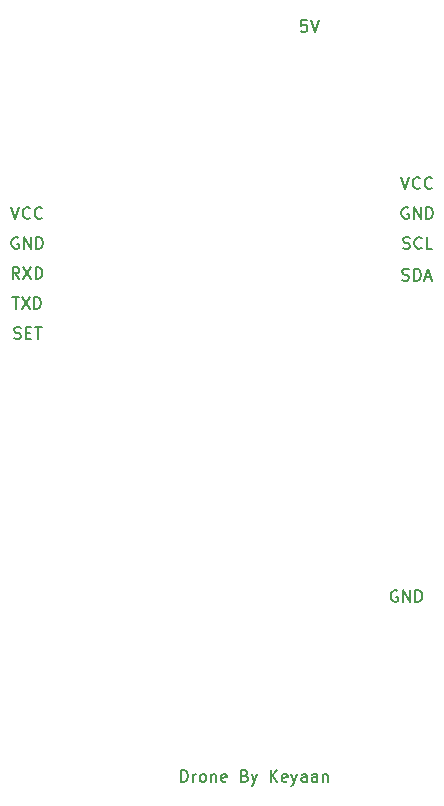
<source format=gbr>
%TF.GenerationSoftware,KiCad,Pcbnew,8.0.6*%
%TF.CreationDate,2024-10-26T13:12:16+05:00*%
%TF.ProjectId,drone_pcb,64726f6e-655f-4706-9362-2e6b69636164,rev?*%
%TF.SameCoordinates,Original*%
%TF.FileFunction,Profile,NP*%
%FSLAX46Y46*%
G04 Gerber Fmt 4.6, Leading zero omitted, Abs format (unit mm)*
G04 Created by KiCad (PCBNEW 8.0.6) date 2024-10-26 13:12:16*
%MOMM*%
%LPD*%
G01*
G04 APERTURE LIST*
%ADD10C,0.150000*%
G04 APERTURE END LIST*
D10*
X130746667Y-73114819D02*
X131080000Y-74114819D01*
X131080000Y-74114819D02*
X131413333Y-73114819D01*
X132318095Y-74019580D02*
X132270476Y-74067200D01*
X132270476Y-74067200D02*
X132127619Y-74114819D01*
X132127619Y-74114819D02*
X132032381Y-74114819D01*
X132032381Y-74114819D02*
X131889524Y-74067200D01*
X131889524Y-74067200D02*
X131794286Y-73971961D01*
X131794286Y-73971961D02*
X131746667Y-73876723D01*
X131746667Y-73876723D02*
X131699048Y-73686247D01*
X131699048Y-73686247D02*
X131699048Y-73543390D01*
X131699048Y-73543390D02*
X131746667Y-73352914D01*
X131746667Y-73352914D02*
X131794286Y-73257676D01*
X131794286Y-73257676D02*
X131889524Y-73162438D01*
X131889524Y-73162438D02*
X132032381Y-73114819D01*
X132032381Y-73114819D02*
X132127619Y-73114819D01*
X132127619Y-73114819D02*
X132270476Y-73162438D01*
X132270476Y-73162438D02*
X132318095Y-73210057D01*
X133318095Y-74019580D02*
X133270476Y-74067200D01*
X133270476Y-74067200D02*
X133127619Y-74114819D01*
X133127619Y-74114819D02*
X133032381Y-74114819D01*
X133032381Y-74114819D02*
X132889524Y-74067200D01*
X132889524Y-74067200D02*
X132794286Y-73971961D01*
X132794286Y-73971961D02*
X132746667Y-73876723D01*
X132746667Y-73876723D02*
X132699048Y-73686247D01*
X132699048Y-73686247D02*
X132699048Y-73543390D01*
X132699048Y-73543390D02*
X132746667Y-73352914D01*
X132746667Y-73352914D02*
X132794286Y-73257676D01*
X132794286Y-73257676D02*
X132889524Y-73162438D01*
X132889524Y-73162438D02*
X133032381Y-73114819D01*
X133032381Y-73114819D02*
X133127619Y-73114819D01*
X133127619Y-73114819D02*
X133270476Y-73162438D01*
X133270476Y-73162438D02*
X133318095Y-73210057D01*
X145116779Y-121789819D02*
X145116779Y-120789819D01*
X145116779Y-120789819D02*
X145354874Y-120789819D01*
X145354874Y-120789819D02*
X145497731Y-120837438D01*
X145497731Y-120837438D02*
X145592969Y-120932676D01*
X145592969Y-120932676D02*
X145640588Y-121027914D01*
X145640588Y-121027914D02*
X145688207Y-121218390D01*
X145688207Y-121218390D02*
X145688207Y-121361247D01*
X145688207Y-121361247D02*
X145640588Y-121551723D01*
X145640588Y-121551723D02*
X145592969Y-121646961D01*
X145592969Y-121646961D02*
X145497731Y-121742200D01*
X145497731Y-121742200D02*
X145354874Y-121789819D01*
X145354874Y-121789819D02*
X145116779Y-121789819D01*
X146116779Y-121789819D02*
X146116779Y-121123152D01*
X146116779Y-121313628D02*
X146164398Y-121218390D01*
X146164398Y-121218390D02*
X146212017Y-121170771D01*
X146212017Y-121170771D02*
X146307255Y-121123152D01*
X146307255Y-121123152D02*
X146402493Y-121123152D01*
X146878684Y-121789819D02*
X146783446Y-121742200D01*
X146783446Y-121742200D02*
X146735827Y-121694580D01*
X146735827Y-121694580D02*
X146688208Y-121599342D01*
X146688208Y-121599342D02*
X146688208Y-121313628D01*
X146688208Y-121313628D02*
X146735827Y-121218390D01*
X146735827Y-121218390D02*
X146783446Y-121170771D01*
X146783446Y-121170771D02*
X146878684Y-121123152D01*
X146878684Y-121123152D02*
X147021541Y-121123152D01*
X147021541Y-121123152D02*
X147116779Y-121170771D01*
X147116779Y-121170771D02*
X147164398Y-121218390D01*
X147164398Y-121218390D02*
X147212017Y-121313628D01*
X147212017Y-121313628D02*
X147212017Y-121599342D01*
X147212017Y-121599342D02*
X147164398Y-121694580D01*
X147164398Y-121694580D02*
X147116779Y-121742200D01*
X147116779Y-121742200D02*
X147021541Y-121789819D01*
X147021541Y-121789819D02*
X146878684Y-121789819D01*
X147640589Y-121123152D02*
X147640589Y-121789819D01*
X147640589Y-121218390D02*
X147688208Y-121170771D01*
X147688208Y-121170771D02*
X147783446Y-121123152D01*
X147783446Y-121123152D02*
X147926303Y-121123152D01*
X147926303Y-121123152D02*
X148021541Y-121170771D01*
X148021541Y-121170771D02*
X148069160Y-121266009D01*
X148069160Y-121266009D02*
X148069160Y-121789819D01*
X148926303Y-121742200D02*
X148831065Y-121789819D01*
X148831065Y-121789819D02*
X148640589Y-121789819D01*
X148640589Y-121789819D02*
X148545351Y-121742200D01*
X148545351Y-121742200D02*
X148497732Y-121646961D01*
X148497732Y-121646961D02*
X148497732Y-121266009D01*
X148497732Y-121266009D02*
X148545351Y-121170771D01*
X148545351Y-121170771D02*
X148640589Y-121123152D01*
X148640589Y-121123152D02*
X148831065Y-121123152D01*
X148831065Y-121123152D02*
X148926303Y-121170771D01*
X148926303Y-121170771D02*
X148973922Y-121266009D01*
X148973922Y-121266009D02*
X148973922Y-121361247D01*
X148973922Y-121361247D02*
X148497732Y-121456485D01*
X150497732Y-121266009D02*
X150640589Y-121313628D01*
X150640589Y-121313628D02*
X150688208Y-121361247D01*
X150688208Y-121361247D02*
X150735827Y-121456485D01*
X150735827Y-121456485D02*
X150735827Y-121599342D01*
X150735827Y-121599342D02*
X150688208Y-121694580D01*
X150688208Y-121694580D02*
X150640589Y-121742200D01*
X150640589Y-121742200D02*
X150545351Y-121789819D01*
X150545351Y-121789819D02*
X150164399Y-121789819D01*
X150164399Y-121789819D02*
X150164399Y-120789819D01*
X150164399Y-120789819D02*
X150497732Y-120789819D01*
X150497732Y-120789819D02*
X150592970Y-120837438D01*
X150592970Y-120837438D02*
X150640589Y-120885057D01*
X150640589Y-120885057D02*
X150688208Y-120980295D01*
X150688208Y-120980295D02*
X150688208Y-121075533D01*
X150688208Y-121075533D02*
X150640589Y-121170771D01*
X150640589Y-121170771D02*
X150592970Y-121218390D01*
X150592970Y-121218390D02*
X150497732Y-121266009D01*
X150497732Y-121266009D02*
X150164399Y-121266009D01*
X151069161Y-121123152D02*
X151307256Y-121789819D01*
X151545351Y-121123152D02*
X151307256Y-121789819D01*
X151307256Y-121789819D02*
X151212018Y-122027914D01*
X151212018Y-122027914D02*
X151164399Y-122075533D01*
X151164399Y-122075533D02*
X151069161Y-122123152D01*
X152688209Y-121789819D02*
X152688209Y-120789819D01*
X153259637Y-121789819D02*
X152831066Y-121218390D01*
X153259637Y-120789819D02*
X152688209Y-121361247D01*
X154069161Y-121742200D02*
X153973923Y-121789819D01*
X153973923Y-121789819D02*
X153783447Y-121789819D01*
X153783447Y-121789819D02*
X153688209Y-121742200D01*
X153688209Y-121742200D02*
X153640590Y-121646961D01*
X153640590Y-121646961D02*
X153640590Y-121266009D01*
X153640590Y-121266009D02*
X153688209Y-121170771D01*
X153688209Y-121170771D02*
X153783447Y-121123152D01*
X153783447Y-121123152D02*
X153973923Y-121123152D01*
X153973923Y-121123152D02*
X154069161Y-121170771D01*
X154069161Y-121170771D02*
X154116780Y-121266009D01*
X154116780Y-121266009D02*
X154116780Y-121361247D01*
X154116780Y-121361247D02*
X153640590Y-121456485D01*
X154450114Y-121123152D02*
X154688209Y-121789819D01*
X154926304Y-121123152D02*
X154688209Y-121789819D01*
X154688209Y-121789819D02*
X154592971Y-122027914D01*
X154592971Y-122027914D02*
X154545352Y-122075533D01*
X154545352Y-122075533D02*
X154450114Y-122123152D01*
X155735828Y-121789819D02*
X155735828Y-121266009D01*
X155735828Y-121266009D02*
X155688209Y-121170771D01*
X155688209Y-121170771D02*
X155592971Y-121123152D01*
X155592971Y-121123152D02*
X155402495Y-121123152D01*
X155402495Y-121123152D02*
X155307257Y-121170771D01*
X155735828Y-121742200D02*
X155640590Y-121789819D01*
X155640590Y-121789819D02*
X155402495Y-121789819D01*
X155402495Y-121789819D02*
X155307257Y-121742200D01*
X155307257Y-121742200D02*
X155259638Y-121646961D01*
X155259638Y-121646961D02*
X155259638Y-121551723D01*
X155259638Y-121551723D02*
X155307257Y-121456485D01*
X155307257Y-121456485D02*
X155402495Y-121408866D01*
X155402495Y-121408866D02*
X155640590Y-121408866D01*
X155640590Y-121408866D02*
X155735828Y-121361247D01*
X156640590Y-121789819D02*
X156640590Y-121266009D01*
X156640590Y-121266009D02*
X156592971Y-121170771D01*
X156592971Y-121170771D02*
X156497733Y-121123152D01*
X156497733Y-121123152D02*
X156307257Y-121123152D01*
X156307257Y-121123152D02*
X156212019Y-121170771D01*
X156640590Y-121742200D02*
X156545352Y-121789819D01*
X156545352Y-121789819D02*
X156307257Y-121789819D01*
X156307257Y-121789819D02*
X156212019Y-121742200D01*
X156212019Y-121742200D02*
X156164400Y-121646961D01*
X156164400Y-121646961D02*
X156164400Y-121551723D01*
X156164400Y-121551723D02*
X156212019Y-121456485D01*
X156212019Y-121456485D02*
X156307257Y-121408866D01*
X156307257Y-121408866D02*
X156545352Y-121408866D01*
X156545352Y-121408866D02*
X156640590Y-121361247D01*
X157116781Y-121123152D02*
X157116781Y-121789819D01*
X157116781Y-121218390D02*
X157164400Y-121170771D01*
X157164400Y-121170771D02*
X157259638Y-121123152D01*
X157259638Y-121123152D02*
X157402495Y-121123152D01*
X157402495Y-121123152D02*
X157497733Y-121170771D01*
X157497733Y-121170771D02*
X157545352Y-121266009D01*
X157545352Y-121266009D02*
X157545352Y-121789819D01*
X163766667Y-70574819D02*
X164100000Y-71574819D01*
X164100000Y-71574819D02*
X164433333Y-70574819D01*
X165338095Y-71479580D02*
X165290476Y-71527200D01*
X165290476Y-71527200D02*
X165147619Y-71574819D01*
X165147619Y-71574819D02*
X165052381Y-71574819D01*
X165052381Y-71574819D02*
X164909524Y-71527200D01*
X164909524Y-71527200D02*
X164814286Y-71431961D01*
X164814286Y-71431961D02*
X164766667Y-71336723D01*
X164766667Y-71336723D02*
X164719048Y-71146247D01*
X164719048Y-71146247D02*
X164719048Y-71003390D01*
X164719048Y-71003390D02*
X164766667Y-70812914D01*
X164766667Y-70812914D02*
X164814286Y-70717676D01*
X164814286Y-70717676D02*
X164909524Y-70622438D01*
X164909524Y-70622438D02*
X165052381Y-70574819D01*
X165052381Y-70574819D02*
X165147619Y-70574819D01*
X165147619Y-70574819D02*
X165290476Y-70622438D01*
X165290476Y-70622438D02*
X165338095Y-70670057D01*
X166338095Y-71479580D02*
X166290476Y-71527200D01*
X166290476Y-71527200D02*
X166147619Y-71574819D01*
X166147619Y-71574819D02*
X166052381Y-71574819D01*
X166052381Y-71574819D02*
X165909524Y-71527200D01*
X165909524Y-71527200D02*
X165814286Y-71431961D01*
X165814286Y-71431961D02*
X165766667Y-71336723D01*
X165766667Y-71336723D02*
X165719048Y-71146247D01*
X165719048Y-71146247D02*
X165719048Y-71003390D01*
X165719048Y-71003390D02*
X165766667Y-70812914D01*
X165766667Y-70812914D02*
X165814286Y-70717676D01*
X165814286Y-70717676D02*
X165909524Y-70622438D01*
X165909524Y-70622438D02*
X166052381Y-70574819D01*
X166052381Y-70574819D02*
X166147619Y-70574819D01*
X166147619Y-70574819D02*
X166290476Y-70622438D01*
X166290476Y-70622438D02*
X166338095Y-70670057D01*
X163909524Y-76607200D02*
X164052381Y-76654819D01*
X164052381Y-76654819D02*
X164290476Y-76654819D01*
X164290476Y-76654819D02*
X164385714Y-76607200D01*
X164385714Y-76607200D02*
X164433333Y-76559580D01*
X164433333Y-76559580D02*
X164480952Y-76464342D01*
X164480952Y-76464342D02*
X164480952Y-76369104D01*
X164480952Y-76369104D02*
X164433333Y-76273866D01*
X164433333Y-76273866D02*
X164385714Y-76226247D01*
X164385714Y-76226247D02*
X164290476Y-76178628D01*
X164290476Y-76178628D02*
X164100000Y-76131009D01*
X164100000Y-76131009D02*
X164004762Y-76083390D01*
X164004762Y-76083390D02*
X163957143Y-76035771D01*
X163957143Y-76035771D02*
X163909524Y-75940533D01*
X163909524Y-75940533D02*
X163909524Y-75845295D01*
X163909524Y-75845295D02*
X163957143Y-75750057D01*
X163957143Y-75750057D02*
X164004762Y-75702438D01*
X164004762Y-75702438D02*
X164100000Y-75654819D01*
X164100000Y-75654819D02*
X164338095Y-75654819D01*
X164338095Y-75654819D02*
X164480952Y-75702438D01*
X165480952Y-76559580D02*
X165433333Y-76607200D01*
X165433333Y-76607200D02*
X165290476Y-76654819D01*
X165290476Y-76654819D02*
X165195238Y-76654819D01*
X165195238Y-76654819D02*
X165052381Y-76607200D01*
X165052381Y-76607200D02*
X164957143Y-76511961D01*
X164957143Y-76511961D02*
X164909524Y-76416723D01*
X164909524Y-76416723D02*
X164861905Y-76226247D01*
X164861905Y-76226247D02*
X164861905Y-76083390D01*
X164861905Y-76083390D02*
X164909524Y-75892914D01*
X164909524Y-75892914D02*
X164957143Y-75797676D01*
X164957143Y-75797676D02*
X165052381Y-75702438D01*
X165052381Y-75702438D02*
X165195238Y-75654819D01*
X165195238Y-75654819D02*
X165290476Y-75654819D01*
X165290476Y-75654819D02*
X165433333Y-75702438D01*
X165433333Y-75702438D02*
X165480952Y-75750057D01*
X166385714Y-76654819D02*
X165909524Y-76654819D01*
X165909524Y-76654819D02*
X165909524Y-75654819D01*
X155752969Y-57289819D02*
X155276779Y-57289819D01*
X155276779Y-57289819D02*
X155229160Y-57766009D01*
X155229160Y-57766009D02*
X155276779Y-57718390D01*
X155276779Y-57718390D02*
X155372017Y-57670771D01*
X155372017Y-57670771D02*
X155610112Y-57670771D01*
X155610112Y-57670771D02*
X155705350Y-57718390D01*
X155705350Y-57718390D02*
X155752969Y-57766009D01*
X155752969Y-57766009D02*
X155800588Y-57861247D01*
X155800588Y-57861247D02*
X155800588Y-58099342D01*
X155800588Y-58099342D02*
X155752969Y-58194580D01*
X155752969Y-58194580D02*
X155705350Y-58242200D01*
X155705350Y-58242200D02*
X155610112Y-58289819D01*
X155610112Y-58289819D02*
X155372017Y-58289819D01*
X155372017Y-58289819D02*
X155276779Y-58242200D01*
X155276779Y-58242200D02*
X155229160Y-58194580D01*
X156086303Y-57289819D02*
X156419636Y-58289819D01*
X156419636Y-58289819D02*
X156752969Y-57289819D01*
X131413333Y-79194819D02*
X131080000Y-78718628D01*
X130841905Y-79194819D02*
X130841905Y-78194819D01*
X130841905Y-78194819D02*
X131222857Y-78194819D01*
X131222857Y-78194819D02*
X131318095Y-78242438D01*
X131318095Y-78242438D02*
X131365714Y-78290057D01*
X131365714Y-78290057D02*
X131413333Y-78385295D01*
X131413333Y-78385295D02*
X131413333Y-78528152D01*
X131413333Y-78528152D02*
X131365714Y-78623390D01*
X131365714Y-78623390D02*
X131318095Y-78671009D01*
X131318095Y-78671009D02*
X131222857Y-78718628D01*
X131222857Y-78718628D02*
X130841905Y-78718628D01*
X131746667Y-78194819D02*
X132413333Y-79194819D01*
X132413333Y-78194819D02*
X131746667Y-79194819D01*
X132794286Y-79194819D02*
X132794286Y-78194819D01*
X132794286Y-78194819D02*
X133032381Y-78194819D01*
X133032381Y-78194819D02*
X133175238Y-78242438D01*
X133175238Y-78242438D02*
X133270476Y-78337676D01*
X133270476Y-78337676D02*
X133318095Y-78432914D01*
X133318095Y-78432914D02*
X133365714Y-78623390D01*
X133365714Y-78623390D02*
X133365714Y-78766247D01*
X133365714Y-78766247D02*
X133318095Y-78956723D01*
X133318095Y-78956723D02*
X133270476Y-79051961D01*
X133270476Y-79051961D02*
X133175238Y-79147200D01*
X133175238Y-79147200D02*
X133032381Y-79194819D01*
X133032381Y-79194819D02*
X132794286Y-79194819D01*
X130960952Y-84227200D02*
X131103809Y-84274819D01*
X131103809Y-84274819D02*
X131341904Y-84274819D01*
X131341904Y-84274819D02*
X131437142Y-84227200D01*
X131437142Y-84227200D02*
X131484761Y-84179580D01*
X131484761Y-84179580D02*
X131532380Y-84084342D01*
X131532380Y-84084342D02*
X131532380Y-83989104D01*
X131532380Y-83989104D02*
X131484761Y-83893866D01*
X131484761Y-83893866D02*
X131437142Y-83846247D01*
X131437142Y-83846247D02*
X131341904Y-83798628D01*
X131341904Y-83798628D02*
X131151428Y-83751009D01*
X131151428Y-83751009D02*
X131056190Y-83703390D01*
X131056190Y-83703390D02*
X131008571Y-83655771D01*
X131008571Y-83655771D02*
X130960952Y-83560533D01*
X130960952Y-83560533D02*
X130960952Y-83465295D01*
X130960952Y-83465295D02*
X131008571Y-83370057D01*
X131008571Y-83370057D02*
X131056190Y-83322438D01*
X131056190Y-83322438D02*
X131151428Y-83274819D01*
X131151428Y-83274819D02*
X131389523Y-83274819D01*
X131389523Y-83274819D02*
X131532380Y-83322438D01*
X131960952Y-83751009D02*
X132294285Y-83751009D01*
X132437142Y-84274819D02*
X131960952Y-84274819D01*
X131960952Y-84274819D02*
X131960952Y-83274819D01*
X131960952Y-83274819D02*
X132437142Y-83274819D01*
X132722857Y-83274819D02*
X133294285Y-83274819D01*
X133008571Y-84274819D02*
X133008571Y-83274819D01*
X131318095Y-75702438D02*
X131222857Y-75654819D01*
X131222857Y-75654819D02*
X131080000Y-75654819D01*
X131080000Y-75654819D02*
X130937143Y-75702438D01*
X130937143Y-75702438D02*
X130841905Y-75797676D01*
X130841905Y-75797676D02*
X130794286Y-75892914D01*
X130794286Y-75892914D02*
X130746667Y-76083390D01*
X130746667Y-76083390D02*
X130746667Y-76226247D01*
X130746667Y-76226247D02*
X130794286Y-76416723D01*
X130794286Y-76416723D02*
X130841905Y-76511961D01*
X130841905Y-76511961D02*
X130937143Y-76607200D01*
X130937143Y-76607200D02*
X131080000Y-76654819D01*
X131080000Y-76654819D02*
X131175238Y-76654819D01*
X131175238Y-76654819D02*
X131318095Y-76607200D01*
X131318095Y-76607200D02*
X131365714Y-76559580D01*
X131365714Y-76559580D02*
X131365714Y-76226247D01*
X131365714Y-76226247D02*
X131175238Y-76226247D01*
X131794286Y-76654819D02*
X131794286Y-75654819D01*
X131794286Y-75654819D02*
X132365714Y-76654819D01*
X132365714Y-76654819D02*
X132365714Y-75654819D01*
X132841905Y-76654819D02*
X132841905Y-75654819D01*
X132841905Y-75654819D02*
X133080000Y-75654819D01*
X133080000Y-75654819D02*
X133222857Y-75702438D01*
X133222857Y-75702438D02*
X133318095Y-75797676D01*
X133318095Y-75797676D02*
X133365714Y-75892914D01*
X133365714Y-75892914D02*
X133413333Y-76083390D01*
X133413333Y-76083390D02*
X133413333Y-76226247D01*
X133413333Y-76226247D02*
X133365714Y-76416723D01*
X133365714Y-76416723D02*
X133318095Y-76511961D01*
X133318095Y-76511961D02*
X133222857Y-76607200D01*
X133222857Y-76607200D02*
X133080000Y-76654819D01*
X133080000Y-76654819D02*
X132841905Y-76654819D01*
X163420588Y-105597438D02*
X163325350Y-105549819D01*
X163325350Y-105549819D02*
X163182493Y-105549819D01*
X163182493Y-105549819D02*
X163039636Y-105597438D01*
X163039636Y-105597438D02*
X162944398Y-105692676D01*
X162944398Y-105692676D02*
X162896779Y-105787914D01*
X162896779Y-105787914D02*
X162849160Y-105978390D01*
X162849160Y-105978390D02*
X162849160Y-106121247D01*
X162849160Y-106121247D02*
X162896779Y-106311723D01*
X162896779Y-106311723D02*
X162944398Y-106406961D01*
X162944398Y-106406961D02*
X163039636Y-106502200D01*
X163039636Y-106502200D02*
X163182493Y-106549819D01*
X163182493Y-106549819D02*
X163277731Y-106549819D01*
X163277731Y-106549819D02*
X163420588Y-106502200D01*
X163420588Y-106502200D02*
X163468207Y-106454580D01*
X163468207Y-106454580D02*
X163468207Y-106121247D01*
X163468207Y-106121247D02*
X163277731Y-106121247D01*
X163896779Y-106549819D02*
X163896779Y-105549819D01*
X163896779Y-105549819D02*
X164468207Y-106549819D01*
X164468207Y-106549819D02*
X164468207Y-105549819D01*
X164944398Y-106549819D02*
X164944398Y-105549819D01*
X164944398Y-105549819D02*
X165182493Y-105549819D01*
X165182493Y-105549819D02*
X165325350Y-105597438D01*
X165325350Y-105597438D02*
X165420588Y-105692676D01*
X165420588Y-105692676D02*
X165468207Y-105787914D01*
X165468207Y-105787914D02*
X165515826Y-105978390D01*
X165515826Y-105978390D02*
X165515826Y-106121247D01*
X165515826Y-106121247D02*
X165468207Y-106311723D01*
X165468207Y-106311723D02*
X165420588Y-106406961D01*
X165420588Y-106406961D02*
X165325350Y-106502200D01*
X165325350Y-106502200D02*
X165182493Y-106549819D01*
X165182493Y-106549819D02*
X164944398Y-106549819D01*
X130818095Y-80734819D02*
X131389523Y-80734819D01*
X131103809Y-81734819D02*
X131103809Y-80734819D01*
X131627619Y-80734819D02*
X132294285Y-81734819D01*
X132294285Y-80734819D02*
X131627619Y-81734819D01*
X132675238Y-81734819D02*
X132675238Y-80734819D01*
X132675238Y-80734819D02*
X132913333Y-80734819D01*
X132913333Y-80734819D02*
X133056190Y-80782438D01*
X133056190Y-80782438D02*
X133151428Y-80877676D01*
X133151428Y-80877676D02*
X133199047Y-80972914D01*
X133199047Y-80972914D02*
X133246666Y-81163390D01*
X133246666Y-81163390D02*
X133246666Y-81306247D01*
X133246666Y-81306247D02*
X133199047Y-81496723D01*
X133199047Y-81496723D02*
X133151428Y-81591961D01*
X133151428Y-81591961D02*
X133056190Y-81687200D01*
X133056190Y-81687200D02*
X132913333Y-81734819D01*
X132913333Y-81734819D02*
X132675238Y-81734819D01*
X164338095Y-73162438D02*
X164242857Y-73114819D01*
X164242857Y-73114819D02*
X164100000Y-73114819D01*
X164100000Y-73114819D02*
X163957143Y-73162438D01*
X163957143Y-73162438D02*
X163861905Y-73257676D01*
X163861905Y-73257676D02*
X163814286Y-73352914D01*
X163814286Y-73352914D02*
X163766667Y-73543390D01*
X163766667Y-73543390D02*
X163766667Y-73686247D01*
X163766667Y-73686247D02*
X163814286Y-73876723D01*
X163814286Y-73876723D02*
X163861905Y-73971961D01*
X163861905Y-73971961D02*
X163957143Y-74067200D01*
X163957143Y-74067200D02*
X164100000Y-74114819D01*
X164100000Y-74114819D02*
X164195238Y-74114819D01*
X164195238Y-74114819D02*
X164338095Y-74067200D01*
X164338095Y-74067200D02*
X164385714Y-74019580D01*
X164385714Y-74019580D02*
X164385714Y-73686247D01*
X164385714Y-73686247D02*
X164195238Y-73686247D01*
X164814286Y-74114819D02*
X164814286Y-73114819D01*
X164814286Y-73114819D02*
X165385714Y-74114819D01*
X165385714Y-74114819D02*
X165385714Y-73114819D01*
X165861905Y-74114819D02*
X165861905Y-73114819D01*
X165861905Y-73114819D02*
X166100000Y-73114819D01*
X166100000Y-73114819D02*
X166242857Y-73162438D01*
X166242857Y-73162438D02*
X166338095Y-73257676D01*
X166338095Y-73257676D02*
X166385714Y-73352914D01*
X166385714Y-73352914D02*
X166433333Y-73543390D01*
X166433333Y-73543390D02*
X166433333Y-73686247D01*
X166433333Y-73686247D02*
X166385714Y-73876723D01*
X166385714Y-73876723D02*
X166338095Y-73971961D01*
X166338095Y-73971961D02*
X166242857Y-74067200D01*
X166242857Y-74067200D02*
X166100000Y-74114819D01*
X166100000Y-74114819D02*
X165861905Y-74114819D01*
X163836300Y-79300507D02*
X163979157Y-79348126D01*
X163979157Y-79348126D02*
X164217252Y-79348126D01*
X164217252Y-79348126D02*
X164312490Y-79300507D01*
X164312490Y-79300507D02*
X164360109Y-79252887D01*
X164360109Y-79252887D02*
X164407728Y-79157649D01*
X164407728Y-79157649D02*
X164407728Y-79062411D01*
X164407728Y-79062411D02*
X164360109Y-78967173D01*
X164360109Y-78967173D02*
X164312490Y-78919554D01*
X164312490Y-78919554D02*
X164217252Y-78871935D01*
X164217252Y-78871935D02*
X164026776Y-78824316D01*
X164026776Y-78824316D02*
X163931538Y-78776697D01*
X163931538Y-78776697D02*
X163883919Y-78729078D01*
X163883919Y-78729078D02*
X163836300Y-78633840D01*
X163836300Y-78633840D02*
X163836300Y-78538602D01*
X163836300Y-78538602D02*
X163883919Y-78443364D01*
X163883919Y-78443364D02*
X163931538Y-78395745D01*
X163931538Y-78395745D02*
X164026776Y-78348126D01*
X164026776Y-78348126D02*
X164264871Y-78348126D01*
X164264871Y-78348126D02*
X164407728Y-78395745D01*
X164836300Y-79348126D02*
X164836300Y-78348126D01*
X164836300Y-78348126D02*
X165074395Y-78348126D01*
X165074395Y-78348126D02*
X165217252Y-78395745D01*
X165217252Y-78395745D02*
X165312490Y-78490983D01*
X165312490Y-78490983D02*
X165360109Y-78586221D01*
X165360109Y-78586221D02*
X165407728Y-78776697D01*
X165407728Y-78776697D02*
X165407728Y-78919554D01*
X165407728Y-78919554D02*
X165360109Y-79110030D01*
X165360109Y-79110030D02*
X165312490Y-79205268D01*
X165312490Y-79205268D02*
X165217252Y-79300507D01*
X165217252Y-79300507D02*
X165074395Y-79348126D01*
X165074395Y-79348126D02*
X164836300Y-79348126D01*
X165788681Y-79062411D02*
X166264871Y-79062411D01*
X165693443Y-79348126D02*
X166026776Y-78348126D01*
X166026776Y-78348126D02*
X166360109Y-79348126D01*
M02*

</source>
